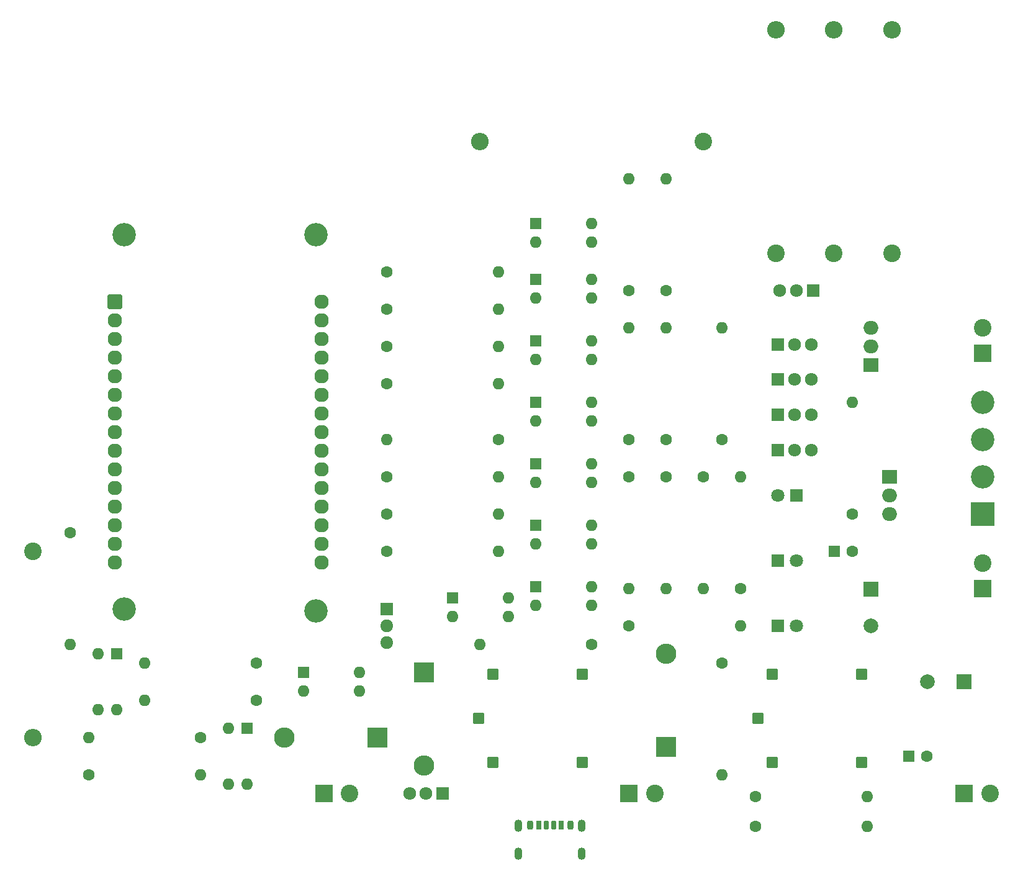
<source format=gbr>
%TF.GenerationSoftware,KiCad,Pcbnew,8.0.3*%
%TF.CreationDate,2024-06-26T23:10:23+05:30*%
%TF.ProjectId,new kicad,6e657720-6b69-4636-9164-2e6b69636164,rev?*%
%TF.SameCoordinates,Original*%
%TF.FileFunction,Soldermask,Top*%
%TF.FilePolarity,Negative*%
%FSLAX46Y46*%
G04 Gerber Fmt 4.6, Leading zero omitted, Abs format (unit mm)*
G04 Created by KiCad (PCBNEW 8.0.3) date 2024-06-26 23:10:23*
%MOMM*%
%LPD*%
G01*
G04 APERTURE LIST*
G04 Aperture macros list*
%AMRoundRect*
0 Rectangle with rounded corners*
0 $1 Rounding radius*
0 $2 $3 $4 $5 $6 $7 $8 $9 X,Y pos of 4 corners*
0 Add a 4 corners polygon primitive as box body*
4,1,4,$2,$3,$4,$5,$6,$7,$8,$9,$2,$3,0*
0 Add four circle primitives for the rounded corners*
1,1,$1+$1,$2,$3*
1,1,$1+$1,$4,$5*
1,1,$1+$1,$6,$7*
1,1,$1+$1,$8,$9*
0 Add four rect primitives between the rounded corners*
20,1,$1+$1,$2,$3,$4,$5,0*
20,1,$1+$1,$4,$5,$6,$7,0*
20,1,$1+$1,$6,$7,$8,$9,0*
20,1,$1+$1,$8,$9,$2,$3,0*%
G04 Aperture macros list end*
%ADD10C,1.600000*%
%ADD11O,1.600000X1.600000*%
%ADD12RoundRect,0.175000X-0.175000X-0.425000X0.175000X-0.425000X0.175000X0.425000X-0.175000X0.425000X0*%
%ADD13RoundRect,0.190000X0.190000X0.410000X-0.190000X0.410000X-0.190000X-0.410000X0.190000X-0.410000X0*%
%ADD14RoundRect,0.200000X0.200000X0.400000X-0.200000X0.400000X-0.200000X-0.400000X0.200000X-0.400000X0*%
%ADD15RoundRect,0.175000X0.175000X0.425000X-0.175000X0.425000X-0.175000X-0.425000X0.175000X-0.425000X0*%
%ADD16RoundRect,0.190000X-0.190000X-0.410000X0.190000X-0.410000X0.190000X0.410000X-0.190000X0.410000X0*%
%ADD17RoundRect,0.200000X-0.200000X-0.400000X0.200000X-0.400000X0.200000X0.400000X-0.200000X0.400000X0*%
%ADD18O,1.100000X1.700000*%
%ADD19C,3.200000*%
%ADD20RoundRect,0.102000X-0.876300X-0.876300X0.876300X-0.876300X0.876300X0.876300X-0.876300X0.876300X0*%
%ADD21C,1.956600*%
%ADD22R,2.400000X2.400000*%
%ADD23C,2.400000*%
%ADD24R,1.600000X1.600000*%
%ADD25R,2.000000X1.905000*%
%ADD26O,2.000000X1.905000*%
%ADD27R,1.800000X1.800000*%
%ADD28C,1.800000*%
%ADD29O,2.400000X2.400000*%
%ADD30R,1.710000X1.800000*%
%ADD31O,1.710000X1.800000*%
%ADD32R,3.200000X3.200000*%
%ADD33RoundRect,0.102000X-0.654000X-0.654000X0.654000X-0.654000X0.654000X0.654000X-0.654000X0.654000X0*%
%ADD34R,2.800000X2.800000*%
%ADD35O,2.800000X2.800000*%
%ADD36R,2.000000X2.000000*%
%ADD37C,2.000000*%
%ADD38R,1.800000X1.710000*%
%ADD39O,1.800000X1.710000*%
G04 APERTURE END LIST*
D10*
%TO.C,R33*%
X177260000Y-149250000D03*
D11*
X192500000Y-149250000D03*
%TD*%
D10*
%TO.C,R32*%
X177260000Y-145200000D03*
D11*
X192500000Y-145200000D03*
%TD*%
D12*
%TO.C,J6*%
X148750000Y-149120000D03*
D13*
X150770000Y-149120000D03*
D14*
X152000000Y-149120000D03*
D15*
X149750000Y-149120000D03*
D16*
X147730000Y-149120000D03*
D17*
X146500000Y-149120000D03*
D18*
X144930000Y-149200000D03*
X144930000Y-153000000D03*
X153570000Y-149200000D03*
X153570000Y-153000000D03*
%TD*%
D10*
%TO.C,R16*%
X109220000Y-132080000D03*
D11*
X93980000Y-132080000D03*
%TD*%
D19*
%TO.C,U1*%
X91186000Y-68580000D03*
X91186000Y-119634000D03*
X117348000Y-68580000D03*
X117348000Y-119888000D03*
D20*
X89916000Y-77724000D03*
D21*
X89916000Y-80264000D03*
X89916000Y-82804000D03*
X89916000Y-85344000D03*
X89916000Y-87884000D03*
X89916000Y-90424000D03*
X89916000Y-92964000D03*
X89916000Y-95504000D03*
X89916000Y-98044000D03*
X89916000Y-100584000D03*
X89916000Y-103124000D03*
X89916000Y-105664000D03*
X89916000Y-108204000D03*
X89916000Y-110744000D03*
X89916000Y-113284000D03*
X118110000Y-113284000D03*
X118110000Y-110744000D03*
X118110000Y-108204000D03*
X118110000Y-105664000D03*
X118110000Y-103124000D03*
X118110000Y-100584000D03*
X118110000Y-98044000D03*
X118110000Y-95504000D03*
X118110000Y-92964000D03*
X118110000Y-90424000D03*
X118110000Y-87884000D03*
X118110000Y-85344000D03*
X118110000Y-82804000D03*
X118110000Y-80264000D03*
X118110000Y-77724000D03*
%TD*%
D10*
%TO.C,R12*%
X109220000Y-127000000D03*
D11*
X93980000Y-127000000D03*
%TD*%
D10*
%TO.C,R13*%
X160020000Y-101600000D03*
D11*
X160020000Y-116840000D03*
%TD*%
D22*
%TO.C,J4*%
X118420000Y-144780000D03*
D23*
X121920000Y-144780000D03*
%TD*%
D10*
%TO.C,R22*%
X127000000Y-88900000D03*
D11*
X142240000Y-88900000D03*
%TD*%
D24*
%TO.C,U12*%
X115580000Y-128265000D03*
D11*
X115580000Y-130805000D03*
X123200000Y-130805000D03*
X123200000Y-128265000D03*
%TD*%
D24*
%TO.C,U9*%
X147320000Y-99823000D03*
D11*
X147320000Y-102363000D03*
X154940000Y-102363000D03*
X154940000Y-99823000D03*
%TD*%
D10*
%TO.C,R4*%
X172720000Y-127000000D03*
D11*
X172720000Y-142240000D03*
%TD*%
D25*
%TO.C,U8*%
X193040000Y-86360000D03*
D26*
X193040000Y-83820000D03*
X193040000Y-81280000D03*
%TD*%
D27*
%TO.C,D6*%
X180340000Y-113030000D03*
D28*
X182880000Y-113030000D03*
%TD*%
D23*
%TO.C,R23*%
X170180000Y-55880000D03*
D29*
X139700000Y-55880000D03*
%TD*%
D30*
%TO.C,Q7*%
X180340000Y-97940000D03*
D31*
X182620000Y-97940000D03*
X184900000Y-97940000D03*
%TD*%
D10*
%TO.C,R5*%
X127000000Y-101600000D03*
D11*
X142240000Y-101600000D03*
%TD*%
D32*
%TO.C,D3*%
X208280000Y-106680000D03*
D19*
X208280000Y-101600000D03*
X208280000Y-96520000D03*
X208280000Y-91440000D03*
%TD*%
D10*
%TO.C,R17*%
X170180000Y-101600000D03*
D11*
X170180000Y-116840000D03*
%TD*%
D10*
%TO.C,R14*%
X165100000Y-101600000D03*
D11*
X165100000Y-116840000D03*
%TD*%
D25*
%TO.C,U5*%
X195580000Y-101600000D03*
D26*
X195580000Y-104140000D03*
X195580000Y-106680000D03*
%TD*%
D10*
%TO.C,R27*%
X160020000Y-76200000D03*
D11*
X160020000Y-60960000D03*
%TD*%
D23*
%TO.C,R3*%
X78740000Y-111760000D03*
D29*
X78740000Y-137160000D03*
%TD*%
D10*
%TO.C,R6*%
X127000000Y-106680000D03*
D11*
X142240000Y-106680000D03*
%TD*%
D10*
%TO.C,R18*%
X142240000Y-96520000D03*
D11*
X127000000Y-96520000D03*
%TD*%
D10*
%TO.C,R20*%
X127000000Y-78740000D03*
D11*
X142240000Y-78740000D03*
%TD*%
D30*
%TO.C,Q5*%
X180340000Y-88340000D03*
D31*
X182620000Y-88340000D03*
X184900000Y-88340000D03*
%TD*%
D10*
%TO.C,R9*%
X172720000Y-96520000D03*
D11*
X172720000Y-81280000D03*
%TD*%
D10*
%TO.C,R25*%
X160020000Y-121920000D03*
D11*
X175260000Y-121920000D03*
%TD*%
D23*
%TO.C,R26*%
X187960000Y-71120000D03*
D29*
X187960000Y-40640000D03*
%TD*%
D24*
%TO.C,U14*%
X147320000Y-74674000D03*
D11*
X147320000Y-77214000D03*
X154940000Y-77214000D03*
X154940000Y-74674000D03*
%TD*%
D10*
%TO.C,R11*%
X175260000Y-116840000D03*
D11*
X175260000Y-101600000D03*
%TD*%
D10*
%TO.C,R30*%
X165100000Y-96520000D03*
D11*
X165100000Y-81280000D03*
%TD*%
D10*
%TO.C,R21*%
X127000000Y-83820000D03*
D11*
X142240000Y-83820000D03*
%TD*%
D24*
%TO.C,U15*%
X147320000Y-83057000D03*
D11*
X147320000Y-85597000D03*
X154940000Y-85597000D03*
X154940000Y-83057000D03*
%TD*%
D24*
%TO.C,U11*%
X147320000Y-116589000D03*
D11*
X147320000Y-119129000D03*
X154940000Y-119129000D03*
X154940000Y-116589000D03*
%TD*%
D24*
%TO.C,U13*%
X147320000Y-67054000D03*
D11*
X147320000Y-69594000D03*
X154940000Y-69594000D03*
X154940000Y-67054000D03*
%TD*%
D10*
%TO.C,R1*%
X190500000Y-106680000D03*
D11*
X190500000Y-91440000D03*
%TD*%
D10*
%TO.C,R2*%
X83820000Y-109220000D03*
D11*
X83820000Y-124460000D03*
%TD*%
D24*
%TO.C,C3*%
X188000000Y-111760000D03*
D10*
X190500000Y-111760000D03*
%TD*%
%TO.C,R7*%
X127000000Y-111760000D03*
D11*
X142240000Y-111760000D03*
%TD*%
D22*
%TO.C,J1*%
X160020000Y-144780000D03*
D23*
X163520000Y-144780000D03*
%TD*%
D30*
%TO.C,Q6*%
X180340000Y-93140000D03*
D31*
X182620000Y-93140000D03*
X184900000Y-93140000D03*
%TD*%
D24*
%TO.C,U16*%
X147320000Y-91440000D03*
D11*
X147320000Y-93980000D03*
X154940000Y-93980000D03*
X154940000Y-91440000D03*
%TD*%
D10*
%TO.C,R15*%
X154940000Y-124460000D03*
D11*
X139700000Y-124460000D03*
%TD*%
D33*
%TO.C,U2*%
X141463250Y-128526750D03*
X139463250Y-134526750D03*
X141463250Y-140526750D03*
X153663250Y-140526750D03*
X153663250Y-128526750D03*
%TD*%
D27*
%TO.C,D4*%
X182880000Y-104140000D03*
D28*
X180340000Y-104140000D03*
%TD*%
D33*
%TO.C,U3*%
X179563250Y-128526750D03*
X177563250Y-134526750D03*
X179563250Y-140526750D03*
X191763250Y-140526750D03*
X191763250Y-128526750D03*
%TD*%
D27*
%TO.C,D7*%
X180340000Y-121920000D03*
D28*
X182880000Y-121920000D03*
%TD*%
D30*
%TO.C,Q4*%
X180340000Y-83540000D03*
D31*
X182620000Y-83540000D03*
X184900000Y-83540000D03*
%TD*%
D24*
%TO.C,U7*%
X107955000Y-135900000D03*
D11*
X105415000Y-135900000D03*
X105415000Y-143520000D03*
X107955000Y-143520000D03*
%TD*%
D10*
%TO.C,R28*%
X165100000Y-76200000D03*
D11*
X165100000Y-60960000D03*
%TD*%
D34*
%TO.C,D1*%
X132080000Y-128270000D03*
D35*
X132080000Y-140970000D03*
%TD*%
D30*
%TO.C,Q3*%
X185160000Y-76200000D03*
D31*
X182880000Y-76200000D03*
X180600000Y-76200000D03*
%TD*%
D36*
%TO.C,C2*%
X193040000Y-116920000D03*
D37*
X193040000Y-121920000D03*
%TD*%
D36*
%TO.C,C1*%
X205740000Y-129540000D03*
D37*
X200740000Y-129540000D03*
%TD*%
D23*
%TO.C,R31*%
X195910000Y-71120000D03*
D29*
X195910000Y-40640000D03*
%TD*%
D22*
%TO.C,J3*%
X208280000Y-84780000D03*
D23*
X208280000Y-81280000D03*
%TD*%
D30*
%TO.C,Q1*%
X134620000Y-144780000D03*
D31*
X132340000Y-144780000D03*
X130060000Y-144780000D03*
%TD*%
D38*
%TO.C,Q2*%
X127000000Y-119640000D03*
D39*
X127000000Y-121920000D03*
X127000000Y-124200000D03*
%TD*%
D10*
%TO.C,R19*%
X127000000Y-73660000D03*
D11*
X142240000Y-73660000D03*
%TD*%
D10*
%TO.C,R10*%
X86360000Y-142240000D03*
D11*
X101600000Y-142240000D03*
%TD*%
D24*
%TO.C,U4*%
X90175000Y-125740000D03*
D11*
X87635000Y-125740000D03*
X87635000Y-133360000D03*
X90175000Y-133360000D03*
%TD*%
D24*
%TO.C,C4*%
X198160000Y-139700000D03*
D10*
X200660000Y-139700000D03*
%TD*%
D24*
%TO.C,U6*%
X135900000Y-118105000D03*
D11*
X135900000Y-120645000D03*
X143520000Y-120645000D03*
X143520000Y-118105000D03*
%TD*%
D10*
%TO.C,R8*%
X101600000Y-137160000D03*
D11*
X86360000Y-137160000D03*
%TD*%
D10*
%TO.C,R29*%
X160020000Y-96520000D03*
D11*
X160020000Y-81280000D03*
%TD*%
D23*
%TO.C,R24*%
X180010000Y-71120000D03*
D29*
X180010000Y-40640000D03*
%TD*%
D34*
%TO.C,D5*%
X125730000Y-137160000D03*
D35*
X113030000Y-137160000D03*
%TD*%
D22*
%TO.C,J5*%
X205740000Y-144780000D03*
D23*
X209240000Y-144780000D03*
%TD*%
D24*
%TO.C,U10*%
X147320000Y-108206000D03*
D11*
X147320000Y-110746000D03*
X154940000Y-110746000D03*
X154940000Y-108206000D03*
%TD*%
D22*
%TO.C,J2*%
X208280000Y-116840000D03*
D23*
X208280000Y-113340000D03*
%TD*%
D34*
%TO.C,D2*%
X165100000Y-138430000D03*
D35*
X165100000Y-125730000D03*
%TD*%
M02*

</source>
